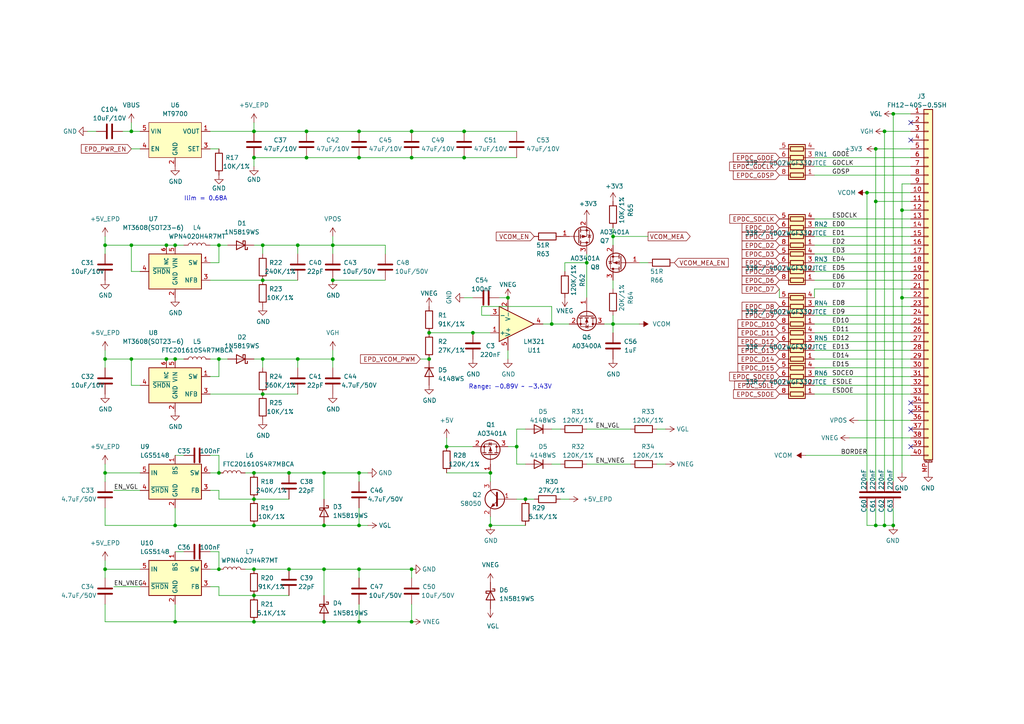
<source format=kicad_sch>
(kicad_sch (version 20231120) (generator "eeschema") (generator_version "8.0")
  (paper "A4")
  (title_block (title "Caster EPDC") (date "2022-07-03") (rev "R0.4") (company "Copyright 2022 Modos / Engineer: Wenting Zhang"))
  (junction (at 160.02 93.98))
  (junction (at 50.8 180.34))
  (junction (at 177.8 68.58))
  (junction (at 170.18 76.2))
  (junction (at 50.8 104.14))
  (junction (at 137.16 96.52))
  (junction (at 50.8 71.12))
  (junction (at 104.14 45.72))
  (junction (at 149.86 129.54))
  (junction (at 76.2 71.12))
  (junction (at 129.54 129.54))
  (junction (at 119.38 38.1))
  (junction (at 119.38 165.1))
  (junction (at 104.14 165.1))
  (junction (at 86.36 104.14))
  (junction (at 88.9 45.72))
  (junction (at 254 152.4) (diameter 0.9144))
  (junction (at 251.46 55.88))
  (junction (at 259.08 152.4) (diameter 0.9144))
  (junction (at 152.4 144.78))
  (junction (at 73.66 144.78) (diameter 0.9144))
  (junction (at 63.5 137.16))
  (junction (at 73.66 38.1))
  (junction (at 104.14 137.16))
  (junction (at 124.46 96.52))
  (junction (at 73.66 165.1) (diameter 0.9144))
  (junction (at 48.26 104.14))
  (junction (at 73.66 180.34))
  (junction (at 261.62 60.96) (diameter 0.9144))
  (junction (at 104.14 38.1))
  (junction (at 177.8 93.98))
  (junction (at 254 43.18))
  (junction (at 142.24 152.4))
  (junction (at 38.1 104.14))
  (junction (at 73.66 152.4))
  (junction (at 76.2 114.3) (diameter 0.9144))
  (junction (at 119.38 180.34))
  (junction (at 63.5 71.12))
  (junction (at 88.9 38.1))
  (junction (at 73.66 137.16) (diameter 0.9144))
  (junction (at 259.08 33.02) (diameter 0.9144))
  (junction (at 63.5 104.14))
  (junction (at 38.1 38.1))
  (junction (at 38.1 71.12))
  (junction (at 30.48 165.1))
  (junction (at 124.46 104.14))
  (junction (at 256.54 152.4) (diameter 0.9144))
  (junction (at 147.32 86.36))
  (junction (at 256.54 38.1) (diameter 0.9144))
  (junction (at 104.14 152.4))
  (junction (at 50.8 152.4))
  (junction (at 48.26 71.12))
  (junction (at 104.14 180.34))
  (junction (at 119.38 45.72))
  (junction (at 83.82 165.1))
  (junction (at 96.52 71.12))
  (junction (at 142.24 137.16))
  (junction (at 96.52 81.28))
  (junction (at 96.52 104.14))
  (junction (at 93.98 180.34))
  (junction (at 76.2 104.14))
  (junction (at 86.36 71.12))
  (junction (at 63.5 165.1))
  (junction (at 134.62 45.72))
  (junction (at 73.66 172.72) (diameter 0.9144))
  (junction (at 73.66 45.72))
  (junction (at 93.98 137.16))
  (junction (at 93.98 152.4))
  (junction (at 30.48 137.16))
  (junction (at 83.82 137.16))
  (junction (at 76.2 81.28) (diameter 0.9144))
  (junction (at 93.98 165.1))
  (junction (at 261.62 86.36) (diameter 0.9144))
  (junction (at 30.48 104.14))
  (junction (at 30.48 71.12))
  (junction (at 254 58.42) (diameter 0.9144))
  (junction (at 134.62 38.1))
  (no_connect (at 264.16 129.54))
  (no_connect (at 264.16 116.84))
  (no_connect (at 264.16 119.38))
  (no_connect (at 264.16 124.46))
  (no_connect (at 264.16 35.56))
  (no_connect (at 264.16 40.64))
  (wire (pts (xy 30.48 175.26) (xy 30.48 180.34)))
  (wire (pts (xy 63.5 71.12) (xy 66.04 71.12)))
  (wire (pts (xy 60.96 170.18) (xy 63.5 170.18)))
  (wire (pts (xy 137.16 86.36) (xy 134.62 86.36)))
  (wire (pts (xy 236.22 68.58) (xy 264.16 68.58)))
  (wire (pts (xy 149.86 134.62) (xy 152.4 134.62)))
  (wire (pts (xy 86.36 71.12) (xy 86.36 73.66)))
  (wire (pts (xy 73.66 144.78) (xy 63.5 144.78)))
  (wire (pts (xy 147.32 129.54) (xy 149.86 129.54)))
  (wire (pts (xy 73.66 38.1) (xy 88.9 38.1)))
  (wire (pts (xy 236.22 83.82) (xy 264.16 83.82)))
  (wire (pts (xy 256.54 38.1) (xy 264.16 38.1)))
  (wire (pts (xy 163.83 76.2) (xy 163.83 78.74)))
  (wire (pts (xy 73.66 137.16) (xy 83.82 137.16)))
  (wire (pts (xy 139.7 91.44) (xy 142.24 91.44)))
  (wire (pts (xy 50.8 152.4) (xy 73.66 152.4)))
  (wire (pts (xy 134.62 45.72) (xy 149.86 45.72)))
  (wire (pts (xy 76.2 114.3) (xy 86.36 114.3)))
  (wire (pts (xy 30.48 162.56) (xy 30.48 165.1)))
  (wire (pts (xy 30.48 71.12) (xy 30.48 73.66)))
  (wire (pts (xy 38.1 43.18) (xy 40.64 43.18)))
  (wire (pts (xy 254 58.42) (xy 254 139.7)))
  (wire (pts (xy 73.66 172.72) (xy 83.82 172.72)))
  (wire (pts (xy 177.8 66.04) (xy 177.8 68.58)))
  (wire (pts (xy 236.22 45.72) (xy 264.16 45.72)))
  (wire (pts (xy 251.46 55.88) (xy 264.16 55.88)))
  (wire (pts (xy 175.26 93.98) (xy 177.8 93.98)))
  (wire (pts (xy 160.02 124.46) (xy 162.56 124.46)))
  (wire (pts (xy 236.22 63.5) (xy 264.16 63.5)))
  (wire (pts (xy 96.52 71.12) (xy 96.52 73.66)))
  (wire (pts (xy 50.8 132.08) (xy 53.34 132.08)))
  (wire (pts (xy 236.22 73.66) (xy 264.16 73.66)))
  (wire (pts (xy 30.48 137.16) (xy 30.48 139.7)))
  (wire (pts (xy 236.22 99.06) (xy 264.16 99.06)))
  (wire (pts (xy 226.06 83.82) (xy 226.06 86.36)))
  (wire (pts (xy 261.62 53.34) (xy 261.62 60.96)))
  (wire (pts (xy 119.38 38.1) (xy 134.62 38.1)))
  (wire (pts (xy 236.22 88.9) (xy 264.16 88.9)))
  (wire (pts (xy 60.96 81.28) (xy 76.2 81.28)))
  (wire (pts (xy 121.92 104.14) (xy 124.46 104.14)))
  (wire (pts (xy 149.86 124.46) (xy 149.86 129.54)))
  (wire (pts (xy 124.46 96.52) (xy 137.16 96.52)))
  (wire (pts (xy 177.8 91.44) (xy 177.8 93.98)))
  (wire (pts (xy 60.96 109.22) (xy 63.5 109.22)))
  (wire (pts (xy 38.1 71.12) (xy 38.1 78.74)))
  (wire (pts (xy 38.1 71.12) (xy 48.26 71.12)))
  (wire (pts (xy 104.14 45.72) (xy 119.38 45.72)))
  (wire (pts (xy 48.26 104.14) (xy 50.8 104.14)))
  (wire (pts (xy 190.5 134.62) (xy 193.04 134.62)))
  (wire (pts (xy 104.14 180.34) (xy 119.38 180.34)))
  (wire (pts (xy 93.98 137.16) (xy 93.98 144.78)))
  (wire (pts (xy 236.22 106.68) (xy 264.16 106.68)))
  (wire (pts (xy 261.62 60.96) (xy 261.62 86.36)))
  (wire (pts (xy 63.5 104.14) (xy 66.04 104.14)))
  (wire (pts (xy 73.66 104.14) (xy 76.2 104.14)))
  (wire (pts (xy 96.52 101.6) (xy 96.52 104.14)))
  (wire (pts (xy 93.98 137.16) (xy 104.14 137.16)))
  (wire (pts (xy 50.8 104.14) (xy 53.34 104.14)))
  (wire (pts (xy 60.96 160.02) (xy 63.5 160.02)))
  (wire (pts (xy 236.22 109.22) (xy 264.16 109.22)))
  (wire (pts (xy 157.48 93.98) (xy 160.02 93.98)))
  (wire (pts (xy 177.8 93.98) (xy 177.8 96.52)))
  (wire (pts (xy 63.5 165.1) (xy 60.96 165.1)))
  (wire (pts (xy 40.64 111.76) (xy 38.1 111.76)))
  (wire (pts (xy 30.48 180.34) (xy 50.8 180.34)))
  (wire (pts (xy 119.38 165.1) (xy 119.38 167.64)))
  (wire (pts (xy 73.66 165.1) (xy 83.82 165.1)))
  (wire (pts (xy 163.83 76.2) (xy 170.18 76.2)))
  (wire (pts (xy 177.8 81.28) (xy 177.8 83.82)))
  (wire (pts (xy 149.86 129.54) (xy 149.86 134.62)))
  (wire (pts (xy 236.22 81.28) (xy 264.16 81.28)))
  (wire (pts (xy 73.66 172.72) (xy 63.5 172.72)))
  (wire (pts (xy 236.22 93.98) (xy 264.16 93.98)))
  (wire (pts (xy 60.96 114.3) (xy 76.2 114.3)))
  (wire (pts (xy 104.14 165.1) (xy 119.38 165.1)))
  (wire (pts (xy 63.5 142.24) (xy 63.5 144.78)))
  (wire (pts (xy 88.9 45.72) (xy 104.14 45.72)))
  (wire (pts (xy 76.2 81.28) (xy 86.36 81.28)))
  (wire (pts (xy 170.18 134.62) (xy 182.88 134.62)))
  (wire (pts (xy 73.66 38.1) (xy 73.66 35.56)))
  (wire (pts (xy 50.8 180.34) (xy 73.66 180.34)))
  (wire (pts (xy 83.82 165.1) (xy 93.98 165.1)))
  (wire (pts (xy 254 43.18) (xy 264.16 43.18)))
  (wire (pts (xy 60.96 43.18) (xy 63.5 43.18)))
  (wire (pts (xy 160.02 93.98) (xy 165.1 93.98)))
  (wire (pts (xy 30.48 104.14) (xy 30.48 106.68)))
  (wire (pts (xy 63.5 170.18) (xy 63.5 172.72)))
  (wire (pts (xy 236.22 50.8) (xy 264.16 50.8)))
  (wire (pts (xy 76.2 71.12) (xy 86.36 71.12)))
  (wire (pts (xy 76.2 104.14) (xy 86.36 104.14)))
  (wire (pts (xy 162.56 144.78) (xy 165.1 144.78)))
  (wire (pts (xy 177.8 68.58) (xy 187.96 68.58)))
  (wire (pts (xy 129.54 127) (xy 129.54 129.54)))
  (wire (pts (xy 48.26 71.12) (xy 50.8 71.12)))
  (wire (pts (xy 38.1 104.14) (xy 48.26 104.14)))
  (wire (pts (xy 119.38 175.26) (xy 119.38 180.34)))
  (wire (pts (xy 149.86 144.78) (xy 152.4 144.78)))
  (wire (pts (xy 96.52 81.28) (xy 111.76 81.28)))
  (wire (pts (xy 25.4 38.1) (xy 27.94 38.1)))
  (wire (pts (xy 251.46 147.32) (xy 251.46 152.4)))
  (wire (pts (xy 104.14 152.4) (xy 106.68 152.4)))
  (wire (pts (xy 256.54 152.4) (xy 259.08 152.4)))
  (wire (pts (xy 40.64 78.74) (xy 38.1 78.74)))
  (wire (pts (xy 236.22 114.3) (xy 264.16 114.3)))
  (wire (pts (xy 251.46 55.88) (xy 251.46 139.7)))
  (wire (pts (xy 236.22 96.52) (xy 264.16 96.52)))
  (wire (pts (xy 261.62 86.36) (xy 264.16 86.36)))
  (wire (pts (xy 73.66 165.1) (xy 71.12 165.1)))
  (wire (pts (xy 142.24 137.16) (xy 142.24 139.7)))
  (wire (pts (xy 30.48 101.6) (xy 30.48 104.14)))
  (wire (pts (xy 261.62 86.36) (xy 261.62 137.16)))
  (wire (pts (xy 104.14 165.1) (xy 104.14 167.64)))
  (wire (pts (xy 259.08 33.02) (xy 259.08 139.7)))
  (wire (pts (xy 73.66 180.34) (xy 93.98 180.34)))
  (wire (pts (xy 76.2 104.14) (xy 76.2 106.68)))
  (wire (pts (xy 111.76 71.12) (xy 111.76 73.66)))
  (wire (pts (xy 63.5 137.16) (xy 60.96 137.16)))
  (wire (pts (xy 73.66 152.4) (xy 93.98 152.4)))
  (wire (pts (xy 236.22 91.44) (xy 264.16 91.44)))
  (wire (pts (xy 259.08 147.32) (xy 259.08 152.4)))
  (wire (pts (xy 63.5 76.2) (xy 63.5 71.12)))
  (wire (pts (xy 96.52 71.12) (xy 111.76 71.12)))
  (wire (pts (xy 104.14 137.16) (xy 104.14 139.7)))
  (wire (pts (xy 142.24 149.86) (xy 142.24 152.4)))
  (wire (pts (xy 63.5 160.02) (xy 63.5 165.1)))
  (wire (pts (xy 50.8 147.32) (xy 50.8 152.4)))
  (wire (pts (xy 129.54 137.16) (xy 142.24 137.16)))
  (wire (pts (xy 60.96 104.14) (xy 63.5 104.14)))
  (wire (pts (xy 104.14 147.32) (xy 104.14 152.4)))
  (wire (pts (xy 60.96 71.12) (xy 63.5 71.12)))
  (wire (pts (xy 236.22 101.6) (xy 264.16 101.6)))
  (wire (pts (xy 137.16 96.52) (xy 142.24 96.52)))
  (wire (pts (xy 83.82 137.16) (xy 93.98 137.16)))
  (wire (pts (xy 104.14 137.16) (xy 106.68 137.16)))
  (wire (pts (xy 76.2 71.12) (xy 76.2 73.66)))
  (wire (pts (xy 139.7 88.9) (xy 139.7 91.44)))
  (wire (pts (xy 93.98 180.34) (xy 104.14 180.34)))
  (wire (pts (xy 86.36 71.12) (xy 96.52 71.12)))
  (wire (pts (xy 152.4 124.46) (xy 149.86 124.46)))
  (wire (pts (xy 104.14 38.1) (xy 119.38 38.1)))
  (wire (pts (xy 93.98 152.4) (xy 104.14 152.4)))
  (wire (pts (xy 259.08 33.02) (xy 264.16 33.02)))
  (wire (pts (xy 30.48 147.32) (xy 30.48 152.4)))
  (wire (pts (xy 190.5 124.46) (xy 193.04 124.46)))
  (wire (pts (xy 254 58.42) (xy 264.16 58.42)))
  (wire (pts (xy 119.38 45.72) (xy 134.62 45.72)))
  (wire (pts (xy 129.54 129.54) (xy 137.16 129.54)))
  (wire (pts (xy 63.5 109.22) (xy 63.5 104.14)))
  (wire (pts (xy 88.9 38.1) (xy 104.14 38.1)))
  (wire (pts (xy 35.56 38.1) (xy 38.1 38.1)))
  (wire (pts (xy 236.22 104.14) (xy 264.16 104.14)))
  (wire (pts (xy 38.1 35.56) (xy 38.1 38.1)))
  (wire (pts (xy 170.18 124.46) (xy 182.88 124.46)))
  (wire (pts (xy 73.66 45.72) (xy 88.9 45.72)))
  (wire (pts (xy 261.62 60.96) (xy 264.16 60.96)))
  (wire (pts (xy 256.54 38.1) (xy 256.54 139.7)))
  (wire (pts (xy 93.98 165.1) (xy 93.98 172.72)))
  (wire (pts (xy 33.02 142.24) (xy 40.64 142.24)))
  (wire (pts (xy 30.48 165.1) (xy 40.64 165.1)))
  (wire (pts (xy 30.48 71.12) (xy 38.1 71.12)))
  (wire (pts (xy 256.54 147.32) (xy 256.54 152.4)))
  (wire (pts (xy 73.66 45.72) (xy 73.66 48.26)))
  (wire (pts (xy 96.52 68.58) (xy 96.52 71.12)))
  (wire (pts (xy 73.66 71.12) (xy 76.2 71.12)))
  (wire (pts (xy 30.48 137.16) (xy 40.64 137.16)))
  (wire (pts (xy 104.14 175.26) (xy 104.14 180.34)))
  (wire (pts (xy 147.32 101.6) (xy 147.32 104.14)))
  (wire (pts (xy 33.02 170.18) (xy 40.64 170.18)))
  (wire (pts (xy 147.32 86.36) (xy 144.78 86.36)))
  (wire (pts (xy 63.5 132.08) (xy 63.5 137.16)))
  (wire (pts (xy 177.8 93.98) (xy 185.42 93.98)))
  (wire (pts (xy 50.8 71.12) (xy 53.34 71.12)))
  (wire (pts (xy 73.66 137.16) (xy 71.12 137.16)))
  (wire (pts (xy 246.38 127) (xy 264.16 127)))
  (wire (pts (xy 86.36 104.14) (xy 96.52 104.14)))
  (wire (pts (xy 60.96 142.24) (xy 63.5 142.24)))
  (wire (pts (xy 236.22 66.04) (xy 264.16 66.04)))
  (wire (pts (xy 170.18 73.66) (xy 170.18 76.2)))
  (wire (pts (xy 96.52 104.14) (xy 96.52 106.68)))
  (wire (pts (xy 38.1 104.14) (xy 38.1 111.76)))
  (wire (pts (xy 30.48 165.1) (xy 30.48 167.64)))
  (wire (pts (xy 30.48 104.14) (xy 38.1 104.14)))
  (wire (pts (xy 236.22 111.76) (xy 264.16 111.76)))
  (wire (pts (xy 236.22 76.2) (xy 264.16 76.2)))
  (wire (pts (xy 160.02 88.9) (xy 139.7 88.9)))
  (wire (pts (xy 236.22 83.82) (xy 236.22 86.36)))
  (wire (pts (xy 254 43.18) (xy 254 58.42)))
  (wire (pts (xy 170.18 76.2) (xy 170.18 86.36)))
  (wire (pts (xy 236.22 71.12) (xy 264.16 71.12)))
  (wire (pts (xy 152.4 144.78) (xy 154.94 144.78)))
  (wire (pts (xy 160.02 134.62) (xy 162.56 134.62)))
  (wire (pts (xy 248.92 121.92) (xy 264.16 121.92)))
  (wire (pts (xy 50.8 175.26) (xy 50.8 180.34)))
  (wire (pts (xy 134.62 38.1) (xy 149.86 38.1)))
  (wire (pts (xy 236.22 48.26) (xy 264.16 48.26)))
  (wire (pts (xy 160.02 93.98) (xy 160.02 88.9)))
  (wire (pts (xy 30.48 152.4) (xy 50.8 152.4)))
  (wire (pts (xy 251.46 152.4) (xy 254 152.4)))
  (wire (pts (xy 254 147.32) (xy 254 152.4)))
  (wire (pts (xy 142.24 152.4) (xy 152.4 152.4)))
  (wire (pts (xy 233.68 132.08) (xy 264.16 132.08)))
  (wire (pts (xy 60.96 132.08) (xy 63.5 132.08)))
  (wire (pts (xy 254 152.4) (xy 256.54 152.4)))
  (wire (pts (xy 50.8 160.02) (xy 53.34 160.02)))
  (wire (pts (xy 264.16 53.34) (xy 261.62 53.34)))
  (wire (pts (xy 73.66 144.78) (xy 83.82 144.78)))
  (wire (pts (xy 236.22 78.74) (xy 264.16 78.74)))
  (wire (pts (xy 38.1 38.1) (xy 40.64 38.1)))
  (wire (pts (xy 30.48 68.58) (xy 30.48 71.12)))
  (wire (pts (xy 177.8 71.12) (xy 177.8 68.58)))
  (wire (pts (xy 60.96 38.1) (xy 73.66 38.1)))
  (wire (pts (xy 93.98 165.1) (xy 104.14 165.1)))
  (wire (pts (xy 86.36 104.14) (xy 86.36 106.68)))
  (wire (pts (xy 30.48 134.62) (xy 30.48 137.16)))
  (wire (pts (xy 185.42 76.2) (xy 187.96 76.2)))
  (wire (pts (xy 60.96 76.2) (xy 63.5 76.2)))
  (text "Ilim = 0.68A" (at 53.34 58.42 0) (effects (font (size 1.27 1.27)) (justify left bottom)))
  (text "Range: -0.89V ~ -3.43V" (at 135.89 113.03 0) (effects (font (size 1.27 1.27)) (justify left bottom)))
  (label "EN_VGL" (at 33.02 142.24 0))
  (label "GDOE" (at 241.3 45.72 0))
  (label "ED15" (at 241.3 106.68 0))
  (label "ED14" (at 241.3 104.14 0))
  (label "ED13" (at 241.3 101.6 0))
  (label "ESDCLK" (at 241.3 63.5 0))
  (label "GDCLK" (at 241.3 48.26 0))
  (label "ESDLE" (at 241.3 111.76 0))
  (label "ED1" (at 241.3 68.58 0))
  (label "ED9" (at 241.3 91.44 0))
  (label "ED10" (at 241.3 93.98 0))
  (label "EN_VGL" (at 172.72 124.46 0))
  (label "ED11" (at 241.3 96.52 0))
  (label "EN_VNEG" (at 172.72 134.62 0))
  (label "ESDOE" (at 241.3 114.3 0))
  (label "ED7" (at 241.3 83.82 0))
  (label "ED6" (at 241.3 81.28 0))
  (label "ED2" (at 241.3 71.12 0))
  (label "GDSP" (at 241.3 50.8 0))
  (label "EN_VNEG" (at 33.02 170.18 0))
  (label "BORDER" (at 243.84 132.08 0))
  (label "ED5" (at 241.3 78.74 0))
  (label "ED12" (at 241.3 99.06 0))
  (label "ED4" (at 241.3 76.2 0))
  (label "ED3" (at 241.3 73.66 0))
  (label "ED8" (at 241.3 88.9 0))
  (label "SDCE0" (at 241.3 109.22 0))
  (label "ED0" (at 241.3 66.04 0))
  (global_label "EPDC_D2" (shape input) (at 226.06 71.12 180) (property "Intersheetrefs" "${INTERSHEET_REFS}" (effects (hide yes))))
  (global_label "EPDC_D9" (shape input) (at 226.06 91.44 180) (property "Intersheetrefs" "${INTERSHEET_REFS}" (effects (hide yes))))
  (global_label "VCOM_EN" (shape input) (at 154.94 68.58 180) (property "Intersheetrefs" "${INTERSHEET_REFS}" (effects (hide yes))))
  (global_label "EPDC_GDSP" (shape input) (at 226.06 50.8 180) (property "Intersheetrefs" "${INTERSHEET_REFS}" (effects (hide yes))))
  (global_label "EPDC_D4" (shape input) (at 226.06 76.2 180) (property "Intersheetrefs" "${INTERSHEET_REFS}" (effects (hide yes))))
  (global_label "EPDC_D11" (shape input) (at 226.06 96.52 180) (property "Intersheetrefs" "${INTERSHEET_REFS}" (effects (hide yes))))
  (global_label "EPDC_D15" (shape input) (at 226.06 106.68 180) (property "Intersheetrefs" "${INTERSHEET_REFS}" (effects (hide yes))))
  (global_label "EPDC_SDCLK" (shape input) (at 226.06 63.5 180) (property "Intersheetrefs" "${INTERSHEET_REFS}" (effects (hide yes))))
  (global_label "EPDC_GDOE" (shape input) (at 226.06 45.72 180) (property "Intersheetrefs" "${INTERSHEET_REFS}" (effects (hide yes))))
  (global_label "EPDC_D8" (shape input) (at 226.06 88.9 180) (property "Intersheetrefs" "${INTERSHEET_REFS}" (effects (hide yes))))
  (global_label "EPDC_GDCLK" (shape input) (at 226.06 48.26 180) (property "Intersheetrefs" "${INTERSHEET_REFS}" (effects (hide yes))))
  (global_label "VCOM_MEA" (shape output) (at 187.96 68.58 0) (property "Intersheetrefs" "${INTERSHEET_REFS}" (effects (hide yes))))
  (global_label "EPDC_D7" (shape input) (at 226.06 83.82 180) (property "Intersheetrefs" "${INTERSHEET_REFS}" (effects (hide yes))))
  (global_label "EPDC_SDOE" (shape input) (at 226.06 114.3 180) (property "Intersheetrefs" "${INTERSHEET_REFS}" (effects (hide yes))))
  (global_label "VCOM_MEA_EN" (shape input) (at 195.58 76.2 0) (property "Intersheetrefs" "${INTERSHEET_REFS}" (effects (hide yes))))
  (global_label "EPDC_D12" (shape input) (at 226.06 99.06 180) (property "Intersheetrefs" "${INTERSHEET_REFS}" (effects (hide yes))))
  (global_label "EPDC_D13" (shape input) (at 226.06 101.6 180) (property "Intersheetrefs" "${INTERSHEET_REFS}" (effects (hide yes))))
  (global_label "EPDC_D6" (shape input) (at 226.06 81.28 180) (property "Intersheetrefs" "${INTERSHEET_REFS}" (effects (hide yes))))
  (global_label "EPDC_D14" (shape input) (at 226.06 104.14 180) (property "Intersheetrefs" "${INTERSHEET_REFS}" (effects (hide yes))))
  (global_label "EPDC_SDLE" (shape input) (at 226.06 111.76 180) (property "Intersheetrefs" "${INTERSHEET_REFS}" (effects (hide yes))))
  (global_label "EPDC_D5" (shape input) (at 226.06 78.74 180) (property "Intersheetrefs" "${INTERSHEET_REFS}" (effects (hide yes))))
  (global_label "EPDC_D0" (shape input) (at 226.06 66.04 180) (property "Intersheetrefs" "${INTERSHEET_REFS}" (effects (hide yes))))
  (global_label "EPD_VCOM_PWM" (shape input) (at 121.92 104.14 180) (property "Intersheetrefs" "${INTERSHEET_REFS}" (effects (hide yes))))
  (global_label "EPDC_D10" (shape input) (at 226.06 93.98 180) (property "Intersheetrefs" "${INTERSHEET_REFS}" (effects (hide yes))))
  (global_label "EPDC_SDCE0" (shape input) (at 226.06 109.22 180) (property "Intersheetrefs" "${INTERSHEET_REFS}" (effects (hide yes))))
  (global_label "EPDC_D3" (shape input) (at 226.06 73.66 180) (property "Intersheetrefs" "${INTERSHEET_REFS}" (effects (hide yes))))
  (global_label "EPDC_D1" (shape input) (at 226.06 68.58 180) (property "Intersheetrefs" "${INTERSHEET_REFS}" (effects (hide yes))))
  (global_label "EPD_PWR_EN" (shape input) (at 38.1 43.18 180) (property "Intersheetrefs" "${INTERSHEET_REFS}" (effects (hide yes))))
  (symbol (lib_id "power:GND") (at 106.68 137.16 90) (unit 1)
    (property "Reference" "#PWR068" (effects (hide yes)))
    (property "Value" "GND" (at 111.76 137.16 90))
  )
  (symbol (lib_id "symbols:VNEG") (at 246.38 127 90) (unit 1)
    (property "Reference" "#PWR088" (effects (hide yes)))
    (property "Value" "VNEG" (at 240.665 127 90))
  )
  (symbol (lib_id "Device:C") (at 140.97 86.36 90) (mirror x) (unit 1)
    (property "Reference" "C54" (at 139.7 81.28 90))
    (property "Value" "100nF" (at 139.7 83.82 90))
    (property "Footprint" "Capacitor_SMD:C_0402_1005Metric" (effects (hide yes)))
  )
  (symbol (lib_id "symbols:+5V_EPD") (at 30.48 101.6 0) (unit 1)
    (property "Reference" "#PWR051" (effects (hide yes)))
    (property "Value" "+5V_EPD" (at 30.48 96.52 0))
  )
  (symbol (lib_id "symbols:VNEG") (at 124.46 88.9 0) (unit 1)
    (property "Reference" "#PWR072" (effects (hide yes)))
    (property "Value" "VNEG" (at 124.46 85.09 0))
  )
  (symbol (lib_id "Device:C") (at 57.15 132.08 270) (unit 1)
    (property "Reference" "C35" (at 53.34 130.81 90))
    (property "Value" "100nF" (at 60.96 130.81 90))
    (property "Footprint" "Capacitor_SMD:C_0402_1005Metric" (effects (hide yes)))
  )
  (symbol (lib_id "Device:R") (at 158.75 68.58 90) (unit 1)
    (property "Reference" "R63" (at 157.48 73.66 90))
    (property "Value" "51R" (at 157.48 71.12 90))
    (property "Footprint" "Resistor_SMD:R_0402_1005Metric" (effects (hide yes)))
  )
  (symbol (lib_id "Device:R_Pack04") (at 231.14 88.9 90) (unit 1)
    (property "Reference" "RN4" (at 240.1316 87.9348 90) (effects (justify left)))
    (property "Value" "33R / 4D02WGF330JTCE" (at 239.903 90.4748 90) (effects (justify left)))
    (property "Footprint" "Resistor_SMD:R_Array_Convex_4x0402" (effects (hide yes)))
  )
  (symbol (lib_id "Device:R") (at 152.4 148.59 180) (unit 1)
    (property "Reference" "R29" (at 156.21 147.32 0))
    (property "Value" "5.1K/1%" (at 157.48 149.86 0))
    (property "Footprint" "Resistor_SMD:R_0402_1005Metric" (effects (hide yes)))
  )
  (symbol (lib_id "Device:R") (at 163.83 82.55 0) (mirror y) (unit 1)
    (property "Reference" "R62" (at 168.91 81.28 90))
    (property "Value" "120K/1%" (at 166.37 81.28 90))
    (property "Footprint" "Resistor_SMD:R_0402_1005Metric" (effects (hide yes)))
  )
  (symbol (lib_id "symbols:SY8120") (at 50.8 139.7 0) (unit 1)
    (property "Reference" "U9" (at 40.64 129.54 0) (effects (justify left)))
    (property "Value" "LGS5148" (at 40.64 132.08 0) (effects (justify left)))
    (property "Footprint" "Package_TO_SOT_SMD:TSOT-23-6" (effects (hide yes)))
  )
  (symbol (lib_id "symbols:+5V_EPD") (at 165.1 144.78 270) (unit 1)
    (property "Reference" "#PWR083" (effects (hide yes)))
    (property "Value" "+5V_EPD" (at 168.91 144.78 90) (effects (justify left)))
  )
  (symbol (lib_id "Device:C") (at 149.86 41.91 0) (mirror x) (unit 1)
    (property "Reference" "C53" (at 157.48 40.64 0))
    (property "Value" "47uF/10V" (at 157.48 43.18 0))
    (property "Footprint" "Capacitor_SMD:C_1206_3216Metric" (effects (hide yes)))
    (property "LCSC" "C105490" (effects (hide yes)))
    (property "Ref.Price" "0.0165" (effects (hide yes)))
  )
  (symbol (lib_id "Device:C") (at 259.08 143.51 0) (unit 1)
    (property "Reference" "C63" (at 258.191 148.6916 90) (effects (justify left)))
    (property "Value" "220nF" (at 258.191 142.113 90) (effects (justify left)))
    (property "Footprint" "Capacitor_SMD:C_0402_1005Metric" (effects (hide yes)))
    (property "LCSC" "C880414" (effects (hide yes)))
    (property "Ref.Price" "0.0036" (effects (hide yes)))
  )
  (symbol (lib_id "Device:C") (at 73.66 41.91 0) (mirror x) (unit 1)
    (property "Reference" "C37" (at 81.28 40.64 0))
    (property "Value" "47uF/10V" (at 81.28 43.18 0))
    (property "Footprint" "Capacitor_SMD:C_1206_3216Metric" (effects (hide yes)))
    (property "LCSC" "C105490" (effects (hide yes)))
    (property "Ref.Price" "0.0165" (effects (hide yes)))
  )
  (symbol (lib_id "Device:L") (at 57.15 71.12 90) (unit 1)
    (property "Reference" "L4" (at 57.15 66.04 90))
    (property "Value" "WPN4020H4R7MT" (at 57.15 68.58 90))
    (property "Footprint" "Inductor_SMD:L_Changjiang_FNR4020S" (effects (hide yes)))
  )
  (symbol (lib_id "Device:R") (at 73.66 140.97 180) (unit 1)
    (property "Reference" "R18" (at 77.47 139.7 0))
    (property "Value" "240K/1%" (at 78.74 142.24 0))
    (property "Footprint" "Resistor_SMD:R_0402_1005Metric" (effects (hide yes)))
  )
  (symbol (lib_id "Device:C") (at 31.75 38.1 90) (unit 1)
    (property "Reference" "C104" (at 31.75 31.75 90))
    (property "Value" "10uF/10V" (at 31.75 34.29 90))
    (property "Footprint" "Capacitor_SMD:C_0805_2012Metric" (effects (hide yes)))
  )
  (symbol (lib_id "Device:R") (at 186.69 124.46 270) (unit 1)
    (property "Reference" "R33" (at 187.96 119.38 90))
    (property "Value" "120K/1%" (at 187.96 121.92 90))
    (property "Footprint" "Resistor_SMD:R_0402_1005Metric" (effects (hide yes)))
  )
  (symbol (lib_id "power:+5V") (at 129.54 127 0) (unit 1)
    (property "Reference" "#PWR074" (effects (hide yes)))
    (property "Value" "+5V" (at 129.54 121.92 0))
  )
  (symbol (lib_id "Device:C") (at 251.46 143.51 0) (unit 1)
    (property "Reference" "C60" (at 250.571 148.6916 90) (effects (justify left)))
    (property "Value" "220nF" (at 250.571 142.113 90) (effects (justify left)))
    (property "Footprint" "Capacitor_SMD:C_0402_1005Metric" (effects (hide yes)))
    (property "LCSC" "C880414" (effects (hide yes)))
    (property "Ref.Price" "0.0036" (effects (hide yes)))
  )
  (symbol (lib_id "power:+3V3") (at 254 43.18 90) (unit 1)
    (property "Reference" "#PWR091" (effects (hide yes)))
    (property "Value" "+3V3" (at 250.19 43.18 90) (effects (justify left)))
  )
  (symbol (lib_id "Diode:1N5819WS") (at 93.98 176.53 270) (unit 1)
    (property "Reference" "D4" (at 96.52 174.9425 90) (effects (justify left)))
    (property "Value" "1N5819WS" (at 96.52 177.8 90) (effects (justify left)))
    (property "Footprint" "Diode_SMD:D_SOD-323" (effects (hide yes)))
    (property "Datasheet" "https://datasheet.lcsc.com/lcsc/2204281430_Guangdong-Hottech-1N5819WS_C191023.pdf" (effects (hide yes)))
  )
  (symbol (lib_id "Device:R") (at 166.37 134.62 270) (unit 1)
    (property "Reference" "R32" (at 167.64 129.54 90))
    (property "Value" "120K/1%" (at 167.64 132.08 90))
    (property "Footprint" "Resistor_SMD:R_0402_1005Metric" (effects (hide yes)))
  )
  (symbol (lib_id "symbols:VNEG") (at 119.38 180.34 270) (unit 1)
    (property "Reference" "#PWR071" (effects (hide yes)))
    (property "Value" "VNEG" (at 125.095 180.34 90))
  )
  (symbol (lib_id "symbols:VGL") (at 106.68 152.4 270) (unit 1)
    (property "Reference" "#PWR069" (effects (hide yes)))
    (property "Value" "VGL" (at 109.855 152.4001 90) (effects (justify left)))
  )
  (symbol (lib_id "Device:R") (at 129.54 133.35 180) (unit 1)
    (property "Reference" "R28" (at 133.35 132.08 0))
    (property "Value" "120K/1%" (at 134.62 134.62 0))
    (property "Footprint" "Resistor_SMD:R_0402_1005Metric" (effects (hide yes)))
  )
  (symbol (lib_id "power:GND") (at 261.62 137.16 0) (mirror y) (unit 1)
    (property "Reference" "#PWR095" (effects (hide yes)))
    (property "Value" "GND" (at 261.493 141.5542 0))
  )
  (symbol (lib_id "Device:R") (at 191.77 76.2 90) (unit 1)
    (property "Reference" "R66" (at 190.5 81.28 90))
    (property "Value" "51R" (at 190.5 78.74 90))
    (property "Footprint" "Resistor_SMD:R_0402_1005Metric" (effects (hide yes)))
  )
  (symbol (lib_id "symbols:VGH") (at 96.52 101.6 0) (unit 1)
    (property "Reference" "#PWR066" (effects (hide yes)))
    (property "Value" "VGH" (at 96.52 96.52 0))
  )
  (symbol (lib_id "Device:C") (at 111.76 77.47 180) (unit 1)
    (property "Reference" "C48" (at 116.84 76.2 0))
    (property "Value" "10uF/50V" (at 119.38 78.74 0))
    (property "Footprint" "Capacitor_SMD:C_1206_3216Metric" (effects (hide yes)))
  )
  (symbol (lib_id "power:GND") (at 142.24 152.4 0) (unit 1)
    (property "Reference" "#PWR076" (effects (hide yes)))
    (property "Value" "GND" (at 142.367 156.7942 0))
  )
  (symbol (lib_id "Device:D") (at 156.21 124.46 180) (unit 1)
    (property "Reference" "D5" (at 157.48 119.38 0))
    (property "Value" "4148WS" (at 157.48 121.92 0))
    (property "Footprint" "Diode_SMD:D_SOD-323" (effects (hide yes)))
    (property "Sim.Device" "D" (effects (hide yes)))
    (property "Sim.Pins" "1=K 2=A" (effects (hide yes)))
    (instances (project "adapter" (path "" (reference "D5") (unit 1))) (project "pcb" (path "" (reference "D7") (unit 1))))
  )
  (symbol (lib_id "power:GND") (at 269.24 137.16 0) (mirror y) (unit 1)
    (property "Reference" "#PWR096" (effects (hide yes)))
    (property "Value" "GND" (at 269.113 141.5542 0))
  )
  (symbol (lib_id "Device:D") (at 156.21 134.62 180) (unit 1)
    (property "Reference" "D5" (at 157.48 129.54 0))
    (property "Value" "4148WS" (at 157.48 132.08 0))
    (property "Footprint" "Diode_SMD:D_SOD-323" (effects (hide yes)))
    (property "Sim.Device" "D" (effects (hide yes)))
    (property "Sim.Pins" "1=K 2=A" (effects (hide yes)))
    (instances (project "adapter" (path "" (reference "D5") (unit 1))) (project "pcb" (path "" (reference "D8") (unit 1))))
  )
  (symbol (lib_id "Device:R_Pack04") (at 231.14 109.22 90) (unit 1)
    (property "Reference" "RN6" (at 240.1316 108.2548 90) (effects (justify left)))
    (property "Value" "33R / 4D02WGF330JTCE" (at 239.903 110.7948 90) (effects (justify left)))
    (property "Footprint" "Resistor_SMD:R_Array_Convex_4x0402" (effects (hide yes)))
  )
  (symbol (lib_id "Device:R_Pack04") (at 231.14 99.06 90) (unit 1)
    (property "Reference" "RN5" (at 240.1316 98.0948 90) (effects (justify left)))
    (property "Value" "33R / 4D02WGF330JTCE" (at 239.903 100.6348 90) (effects (justify left)))
    (property "Footprint" "Resistor_SMD:R_Array_Convex_4x0402" (effects (hide yes)))
  )
  (symbol (lib_id "Device:C") (at 30.48 110.49 0) (mirror x) (unit 1)
    (property "Reference" "C32" (at 25.4 109.22 0))
    (property "Value" "10uF/10V" (at 25.4 111.76 0))
    (property "Footprint" "Capacitor_SMD:C_0805_2012Metric" (effects (hide yes)))
  )
  (symbol (lib_id "symbols:MT3608(SOT23-6)") (at 50.8 111.76 0) (unit 1)
    (property "Reference" "U8" (at 44.45 96.52 0))
    (property "Value" "MT3608(SOT23-6)" (at 44.45 99.06 0))
    (property "Footprint" "Package_TO_SOT_SMD:SOT-23-6" (effects (hide yes)))
  )
  (symbol (lib_id "Device:C") (at 30.48 77.47 0) (mirror x) (unit 1)
    (property "Reference" "C31" (at 25.4 76.2 0))
    (property "Value" "10uF/10V" (at 25.4 78.74 0))
    (property "Footprint" "Capacitor_SMD:C_0805_2012Metric" (effects (hide yes)))
  )
  (symbol (lib_id "power:GND") (at 259.08 152.4 0) (mirror y) (unit 1)
    (property "Reference" "#PWR094" (effects (hide yes)))
    (property "Value" "GND" (at 258.953 156.7942 0))
  )
  (symbol (lib_id "Device:R") (at 76.2 110.49 180) (unit 1)
    (property "Reference" "R24" (at 80.01 109.22 0))
    (property "Value" "360K/1%" (at 81.28 111.76 0))
    (property "Footprint" "Resistor_SMD:R_0402_1005Metric" (effects (hide yes)))
  )
  (symbol (lib_id "power:GND") (at 124.46 111.76 0) (unit 1)
    (property "Reference" "#PWR011" (effects (hide yes)))
    (property "Value" "GND" (at 124.587 116.1542 0))
    (instances (project "adapter" (path "" (reference "#PWR011") (unit 1))) (project "pcb" (path "" (reference "#PWR073") (unit 1))))
  )
  (symbol (lib_id "power:GND") (at 50.8 86.36 0) (unit 1)
    (property "Reference" "#PWR057" (effects (hide yes)))
    (property "Value" "GND" (at 50.927 90.7542 0))
  )
  (symbol (lib_id "Device:C") (at 57.15 160.02 270) (unit 1)
    (property "Reference" "C36" (at 53.34 158.75 90))
    (property "Value" "100nF" (at 60.96 158.75 90))
    (property "Footprint" "Capacitor_SMD:C_0402_1005Metric" (effects (hide yes)))
  )
  (symbol (lib_id "Amplifier_Operational:LM321") (at 149.86 93.98 0) (mirror x) (unit 1)
    (property "Reference" "U11" (at 154.94 101.6 0))
    (property "Value" "LM321" (at 154.94 99.06 0))
    (property "Footprint" "Package_TO_SOT_SMD:SOT-23-5" (effects (hide yes)))
    (property "Datasheet" "http://www.ti.com/lit/ds/symlink/lm321.pdf" (effects (hide yes)))
  )
  (symbol (lib_id "Device:Q_PMOS_GSD") (at 180.34 76.2 180) (unit 1)
    (property "Reference" "Q8" (at 173.99 77.47 0) (effects (justify left)))
    (property "Value" "AO3401A" (at 173.99 74.93 0) (effects (justify left)))
    (property "Footprint" "Package_TO_SOT_SMD:SOT-23" (effects (hide yes)))
  )
  (symbol (lib_id "symbols:MT3608(SOT23-6)") (at 50.8 78.74 0) (unit 1)
    (property "Reference" "U7" (at 44.45 63.5 0))
    (property "Value" "MT3608(SOT23-6)" (at 44.45 66.04 0))
    (property "Footprint" "Package_TO_SOT_SMD:SOT-23-6" (effects (hide yes)))
  )
  (symbol (lib_id "Device:L") (at 67.31 137.16 90) (unit 1)
    (property "Reference" "L6" (at 72.39 132.08 90))
    (property "Value" "FTC201610S4R7MBCA" (at 74.93 134.62 90))
    (property "Footprint" "Inductor_SMD:L_Murata_DFE201610P" (effects (hide yes)))
  )
  (symbol (lib_id "Device:Q_NPN_BEC") (at 144.78 144.78 0) (mirror y) (unit 1)
    (property "Reference" "Q2" (at 139.7 143.51 0) (effects (justify left)))
    (property "Value" "S8050" (at 139.7 146.05 0) (effects (justify left)))
    (property "Footprint" "Package_TO_SOT_SMD:SOT-23" (effects (hide yes)))
  )
  (symbol (lib_id "power:+3V3") (at 170.18 63.5 0) (unit 1)
    (property "Reference" "#PWR0146" (effects (hide yes)))
    (property "Value" "+3V3" (at 170.561 59.1058 0))
  )
  (symbol (lib_id "symbols:VGL") (at 259.08 33.02 90) (unit 1)
    (property "Reference" "#PWR093" (effects (hide yes)))
    (property "Value" "VGL" (at 255.905 33.0199 90) (effects (justify left)))
  )
  (symbol (lib_id "power:+3V3") (at 177.8 58.42 0) (unit 1)
    (property "Reference" "#PWR0147" (effects (hide yes)))
    (property "Value" "+3V3" (at 178.181 54.0258 0))
  )
  (symbol (lib_id "Device:C") (at 30.48 171.45 180) (unit 1)
    (property "Reference" "C34" (at 25.4 170.18 0))
    (property "Value" "4.7uF/50V" (at 22.86 172.72 0))
    (property "Footprint" "Capacitor_SMD:C_0805_2012Metric" (effects (hide yes)))
  )
  (symbol (lib_id "Device:C") (at 137.16 100.33 180) (unit 1)
    (property "Reference" "C3" (at 142.24 100.33 0))
    (property "Value" "220nF" (at 142.24 102.87 0))
    (property "Footprint" "Capacitor_SMD:C_0402_1005Metric" (effects (hide yes)))
    (instances (project "adapter" (path "" (reference "C3") (unit 1))) (project "pcb" (path "" (reference "C52") (unit 1))))
  )
  (symbol (lib_id "Connector_Generic_MountingPin:Conn_01x40_MountingPin") (at 269.24 81.28 0) (unit 1)
    (property "Reference" "J3" (at 267.208 27.94 0))
    (property "Value" "FH12-40S-0.5SH" (at 265.938 30.48 0))
    (property "Footprint" "footprints:Hirose_FH12-40S-0.5SH_1x40-1MP_P0.50mm_Horizontal_Reversed" (effects (hide yes)))
  )
  (symbol (lib_id "Diode:1N5819WS") (at 69.85 71.12 180) (unit 1)
    (property "Reference" "D1" (at 70.1675 64.77 0))
    (property "Value" "1N5819WS" (at 70.1675 67.31 0))
    (property "Footprint" "Diode_SMD:D_SOD-323" (effects (hide yes)))
    (property "Datasheet" "https://datasheet.lcsc.com/lcsc/2204281430_Guangdong-Hottech-1N5819WS_C191023.pdf" (effects (hide yes)))
  )
  (symbol (lib_id "symbols:+5V_EPD") (at 30.48 68.58 0) (unit 1)
    (property "Reference" "#PWR049" (effects (hide yes)))
    (property "Value" "+5V_EPD" (at 30.48 63.5 0))
  )
  (symbol (lib_id "Device:C") (at 30.48 143.51 180) (unit 1)
    (property "Reference" "C33" (at 25.4 142.24 0))
    (property "Value" "4.7uF/50V" (at 22.86 144.78 0))
    (property "Footprint" "Capacitor_SMD:C_0805_2012Metric" (effects (hide yes)))
  )
  (symbol (lib_id "Device:R") (at 63.5 46.99 180) (unit 1)
    (property "Reference" "R17" (at 67.31 45.72 0))
    (property "Value" "10K/1%" (at 68.58 48.26 0))
    (property "Footprint" "Resistor_SMD:R_0402_1005Metric" (effects (hide yes)))
  )
  (symbol (lib_id "Device:R") (at 124.46 100.33 0) (unit 1)
    (property "Reference" "R2" (at 127 99.06 0) (effects (justify left)))
    (property "Value" "27K/1%" (at 127 101.6 0) (effects (justify left)))
    (property "Footprint" "Resistor_SMD:R_0402_1005Metric" (effects (hide yes)))
    (instances (project "adapter" (path "" (reference "R2") (unit 1))) (project "pcb" (path "" (reference "R27") (unit 1))))
  )
  (symbol (lib_id "Device:C") (at 86.36 110.49 180) (unit 1)
    (property "Reference" "C41" (at 91.44 109.22 0))
    (property "Value" "22pF" (at 91.44 111.76 0))
    (property "Footprint" "Capacitor_SMD:C_0402_1005Metric" (effects (hide yes)))
  )
  (symbol (lib_id "power:GND") (at 147.32 104.14 0) (unit 1)
    (property "Reference" "#PWR011" (effects (hide yes)))
    (property "Value" "GND" (at 147.447 108.5342 0))
    (instances (project "adapter" (path "" (reference "#PWR011") (unit 1))) (project "pcb" (path "" (reference "#PWR080") (unit 1))))
  )
  (symbol (lib_id "symbols:MT9700") (at 50.8 40.64 0) (unit 1)
    (property "Reference" "U6" (at 50.8 30.48 0))
    (property "Value" "MT9700" (at 50.8 33.02 0))
    (property "Footprint" "Package_TO_SOT_SMD:SOT-23-5" (effects (hide yes)))
  )
  (symbol (lib_id "Device:C") (at 134.62 41.91 0) (mirror x) (unit 1)
    (property "Reference" "C51" (at 142.24 40.64 0))
    (property "Value" "47uF/10V" (at 142.24 43.18 0))
    (property "Footprint" "Capacitor_SMD:C_1206_3216Metric" (effects (hide yes)))
    (property "LCSC" "C105490" (effects (hide yes)))
    (property "Ref.Price" "0.0165" (effects (hide yes)))
  )
  (symbol (lib_id "power:VCOM") (at 251.46 55.88 90) (unit 1)
    (property "Reference" "#PWR090" (effects (hide yes)))
    (property "Value" "VCOM" (at 248.285 55.8799 90) (effects (justify left)))
  )
  (symbol (lib_id "symbols:SY8120") (at 50.8 167.64 0) (unit 1)
    (property "Reference" "U10" (at 40.64 157.48 0) (effects (justify left)))
    (property "Value" "LGS5148" (at 40.64 160.02 0) (effects (justify left)))
    (property "Footprint" "Package_TO_SOT_SMD:TSOT-23-6" (effects (hide yes)))
  )
  (symbol (lib_id "Device:R") (at 76.2 77.47 180) (unit 1)
    (property "Reference" "R22" (at 80.01 76.2 0))
    (property "Value" "240K/1%" (at 81.28 78.74 0))
    (property "Footprint" "Resistor_SMD:R_0402_1005Metric" (effects (hide yes)))
  )
  (symbol (lib_id "power:VCOM") (at 233.68 132.08 90) (unit 1)
    (property "Reference" "#PWR087" (effects (hide yes)))
    (property "Value" "VCOM" (at 229.87 132.08 90) (effects (justify left)))
  )
  (symbol (lib_id "Device:C") (at 96.52 110.49 180) (unit 1)
    (property "Reference" "C44" (at 101.6 109.22 0))
    (property "Value" "4.7uF/50V" (at 104.14 111.76 0))
    (property "Footprint" "Capacitor_SMD:C_0805_2012Metric" (effects (hide yes)))
  )
  (symbol (lib_id "power:GND") (at 30.48 81.28 0) (unit 1)
    (property "Reference" "#PWR050" (effects (hide yes)))
    (property "Value" "GND" (at 30.607 85.6742 0))
  )
  (symbol (lib_id "Device:R") (at 186.69 134.62 270) (unit 1)
    (property "Reference" "R34" (at 187.96 129.54 90))
    (property "Value" "120K/1%" (at 187.96 132.08 90))
    (property "Footprint" "Resistor_SMD:R_0402_1005Metric" (effects (hide yes)))
  )
  (symbol (lib_id "power:GND") (at 73.66 48.26 0) (mirror y) (unit 1)
    (property "Reference" "#PWR061" (effects (hide yes)))
    (property "Value" "GND" (at 73.66 52.07 0))
  )
  (symbol (lib_id "power:GND") (at 134.62 86.36 270) (mirror x) (unit 1)
    (property "Reference" "#PWR011" (effects (hide yes)))
    (property "Value" "GND" (at 130.2258 86.233 0))
    (instances (project "adapter" (path "" (reference "#PWR011") (unit 1))) (project "pcb" (path "" (reference "#PWR081") (unit 1))))
  )
  (symbol (lib_id "Device:L") (at 67.31 165.1 90) (unit 1)
    (property "Reference" "L7" (at 72.39 160.02 90))
    (property "Value" "WPN4020H4R7MT" (at 72.39 162.56 90))
    (property "Footprint" "Inductor_SMD:L_Changjiang_FNR4020S" (effects (hide yes)))
  )
  (symbol (lib_id "power:GND") (at 63.5 50.8 0) (mirror y) (unit 1)
    (property "Reference" "#PWR059" (effects (hide yes)))
    (property "Value" "GND" (at 63.5 54.61 0))
  )
  (symbol (lib_id "Device:C") (at 83.82 140.97 180) (unit 1)
    (property "Reference" "C38" (at 88.9 139.7 0))
    (property "Value" "22pF" (at 88.9 142.24 0))
    (property "Footprint" "Capacitor_SMD:C_0402_1005Metric" (effects (hide yes)))
  )
  (symbol (lib_id "Device:R") (at 73.66 148.59 180) (unit 1)
    (property "Reference" "R19" (at 77.47 147.32 0))
    (property "Value" "10K/1%" (at 78.74 149.86 0))
    (property "Footprint" "Resistor_SMD:R_0402_1005Metric" (effects (hide yes)))
  )
  (symbol (lib_id "symbols:VGL") (at 193.04 124.46 270) (unit 1)
    (property "Reference" "#PWR085" (effects (hide yes)))
    (property "Value" "VGL" (at 196.215 124.4601 90) (effects (justify left)))
  )
  (symbol (lib_id "Device:R_Pack04") (at 231.14 45.72 90) (unit 1)
    (property "Reference" "RN1" (at 240.1316 44.7548 90) (effects (justify left)))
    (property "Value" "33R / 4D02WGF330JTCE" (at 239.903 47.2948 90) (effects (justify left)))
    (property "Footprint" "Resistor_SMD:R_Array_Convex_4x0402" (effects (hide yes)))
  )
  (symbol (lib_id "power:VBUS") (at 38.1 35.56 0) (unit 1)
    (property "Reference" "#PWR055" (effects (hide yes)))
    (property "Value" "VBUS" (at 38.1 30.48 0))
  )
  (symbol (lib_id "power:GND") (at 25.4 38.1 270) (mirror x) (unit 1)
    (property "Reference" "#PWR05" (effects (hide yes)))
    (property "Value" "GND" (at 20.32 38.1 90))
  )
  (symbol (lib_id "Diode:1N5819WS") (at 69.85 104.14 180) (unit 1)
    (property "Reference" "D2" (at 70.1675 97.79 0))
    (property "Value" "1N5819WS" (at 70.1675 100.33 0))
    (property "Footprint" "Diode_SMD:D_SOD-323" (effects (hide yes)))
    (property "Datasheet" "https://datasheet.lcsc.com/lcsc/2204281430_Guangdong-Hottech-1N5819WS_C191023.pdf" (effects (hide yes)))
  )
  (symbol (lib_id "Device:Q_PMOS_GSD") (at 167.64 68.58 0) (mirror x) (unit 1)
    (property "Reference" "Q7" (at 173.99 69.85 0) (effects (justify left)))
    (property "Value" "AO3401A" (at 173.99 67.31 0) (effects (justify left)))
    (property "Footprint" "Package_TO_SOT_SMD:SOT-23" (effects (hide yes)))
  )
  (symbol (lib_id "power:GND") (at 76.2 121.92 0) (unit 1)
    (property "Reference" "#PWR063" (effects (hide yes)))
    (property "Value" "GND" (at 76.327 126.3142 0))
  )
  (symbol (lib_id "power:GND") (at 96.52 114.3 0) (unit 1)
    (property "Reference" "#PWR067" (effects (hide yes)))
    (property "Value" "GND" (at 96.647 118.6942 0))
  )
  (symbol (lib_id "Diode:1N5819WS") (at 142.24 172.72 270) (unit 1)
    (property "Reference" "D6" (at 144.78 171.1325 90) (effects (justify left)))
    (property "Value" "1N5819WS" (at 144.78 173.6725 90) (effects (justify left)))
    (property "Footprint" "Diode_SMD:D_SOD-323" (effects (hide yes)))
    (property "Datasheet" "https://datasheet.lcsc.com/lcsc/2204281430_Guangdong-Hottech-1N5819WS_C191023.pdf" (effects (hide yes)))
  )
  (symbol (lib_id "symbols:VPOS") (at 248.92 121.92 90) (unit 1)
    (property "Reference" "#PWR089" (effects (hide yes)))
    (property "Value" "VPOS" (at 245.745 121.9199 90) (effects (justify left)))
  )
  (symbol (lib_id "Device:D") (at 124.46 107.95 270) (unit 1)
    (property "Reference" "D5" (at 127 107.315 90) (effects (justify left)))
    (property "Value" "4148WS" (at 127 109.855 90) (effects (justify left)))
    (property "Footprint" "Diode_SMD:D_SOD-323" (effects (hide yes)))
    (property "Sim.Device" "D" (effects (hide yes)))
    (property "Sim.Pins" "1=K 2=A" (effects (hide yes)))
  )
  (symbol (lib_id "symbols:+5V_EPD") (at 30.48 134.62 0) (unit 1)
    (property "Reference" "#PWR053" (effects (hide yes)))
    (property "Value" "+5V_EPD" (at 30.48 129.54 0))
  )
  (symbol (lib_id "Device:C") (at 119.38 41.91 0) (mirror x) (unit 1)
    (property "Reference" "C49" (at 127 40.64 0))
    (property "Value" "47uF/10V" (at 127 43.18 0))
    (property "Footprint" "Capacitor_SMD:C_1206_3216Metric" (effects (hide yes)))
    (property "LCSC" "C105490" (effects (hide yes)))
    (property "Ref.Price" "0.0165" (effects (hide yes)))
  )
  (symbol (lib_id "Device:C") (at 96.52 77.47 180) (unit 1)
    (property "Reference" "C43" (at 101.6 76.2 0))
    (property "Value" "10uF/50V" (at 104.14 78.74 0))
    (property "Footprint" "Capacitor_SMD:C_1206_3216Metric" (effects (hide yes)))
  )
  (symbol (lib_id "symbols:VNEG") (at 193.04 134.62 270) (unit 1)
    (property "Reference" "#PWR086" (effects (hide yes)))
    (property "Value" "VNEG" (at 198.755 134.62 90))
  )
  (symbol (lib_id "Device:R") (at 166.37 124.46 270) (unit 1)
    (property "Reference" "R31" (at 167.64 119.38 90))
    (property "Value" "120K/1%" (at 167.64 121.92 90))
    (property "Footprint" "Resistor_SMD:R_0402_1005Metric" (effects (hide yes)))
  )
  (symbol (lib_id "Device:C") (at 104.14 143.51 180) (unit 1)
    (property "Reference" "C46" (at 109.22 142.24 0))
    (property "Value" "4.7uF/50V" (at 111.76 144.78 0))
    (property "Footprint" "Capacitor_SMD:C_0805_2012Metric" (effects (hide yes)))
  )
  (symbol (lib_id "power:GND") (at 50.8 48.26 0) (unit 1)
    (property "Reference" "#PWR056" (effects (hide yes)))
    (property "Value" "GND" (at 50.927 52.6542 0))
  )
  (symbol (lib_id "Device:R") (at 76.2 118.11 180) (unit 1)
    (property "Reference" "R25" (at 80.01 116.84 0))
    (property "Value" "10K/1%" (at 81.28 119.38 0))
    (property "Footprint" "Resistor_SMD:R_0402_1005Metric" (effects (hide yes)))
  )
  (symbol (lib_id "Device:C") (at 104.14 171.45 180) (unit 1)
    (property "Reference" "C47" (at 109.22 170.18 0))
    (property "Value" "10uF/50V" (at 111.76 172.72 0))
    (property "Footprint" "Capacitor_SMD:C_1206_3216Metric" (effects (hide yes)))
  )
  (symbol (lib_id "Device:C") (at 83.82 168.91 180) (unit 1)
    (property "Reference" "C39" (at 88.9 167.64 0))
    (property "Value" "22pF" (at 88.9 170.18 0))
    (property "Footprint" "Capacitor_SMD:C_0402_1005Metric" (effects (hide yes)))
  )
  (symbol (lib_id "Device:C") (at 256.54 143.51 0) (unit 1)
    (property "Reference" "C62" (at 255.651 148.6916 90) (effects (justify left)))
    (property "Value" "220nF" (at 255.651 142.113 90) (effects (justify left)))
    (property "Footprint" "Capacitor_SMD:C_0402_1005Metric" (effects (hide yes)))
    (property "LCSC" "C880414" (effects (hide yes)))
    (property "Ref.Price" "0.0036" (effects (hide yes)))
  )
  (symbol (lib_id "Device:R") (at 124.46 92.71 0) (unit 1)
    (property "Reference" "R1" (at 127 91.44 0) (effects (justify left)))
    (property "Value" "91K/1%" (at 127 93.98 0) (effects (justify left)))
    (property "Footprint" "Resistor_SMD:R_0402_1005Metric" (effects (hide yes)))
    (instances (project "adapter" (path "" (reference "R1") (unit 1))) (project "pcb" (path "" (reference "R26") (unit 1))))
  )
  (symbol (lib_id "Device:C") (at 177.8 100.33 180) (unit 1)
    (property "Reference" "C56" (at 182.88 99.06 0))
    (property "Value" "1uF" (at 182.88 101.6 0))
    (property "Footprint" "Capacitor_SMD:C_0402_1005Metric" (effects (hide yes)))
  )
  (symbol (lib_id "symbols:VPOS") (at 96.52 68.58 0) (unit 1)
    (property "Reference" "#PWR064" (effects (hide yes)))
    (property "Value" "VPOS" (at 93.98 63.5 0) (effects (justify left)))
  )
  (symbol (lib_id "power:GND") (at 137.16 104.14 0) (unit 1)
    (property "Reference" "#PWR011" (effects (hide yes)))
    (property "Value" "GND" (at 137.287 108.5342 0))
    (instances (project "adapter" (path "" (reference "#PWR011") (unit 1))) (project "pcb" (path "" (reference "#PWR075") (unit 1))))
  )
  (symbol (lib_id "power:GND") (at 50.8 119.38 0) (unit 1)
    (property "Reference" "#PWR058" (effects (hide yes)))
    (property "Value" "GND" (at 50.927 123.7742 0))
  )
  (symbol (lib_id "Device:R") (at 73.66 168.91 180) (unit 1)
    (property "Reference" "R20" (at 77.47 167.64 0))
    (property "Value" "91K/1%" (at 78.74 170.18 0))
    (property "Footprint" "Resistor_SMD:R_0402_1005Metric" (effects (hide yes)))
  )
  (symbol (lib_id "Device:R") (at 177.8 62.23 0) (mirror y) (unit 1)
    (property "Reference" "R65" (at 182.88 60.96 90))
    (property "Value" "10K/1%" (at 180.34 60.96 90))
    (property "Footprint" "Resistor_SMD:R_0402_1005Metric" (effects (hide yes)))
  )
  (symbol (lib_id "symbols:VGL") (at 142.24 176.53 180) (unit 1)
    (property "Reference" "#PWR078" (effects (hide yes)))
    (property "Value" "VGL" (at 144.78 181.61 0) (effects (justify left)))
  )
  (symbol (lib_id "Diode:1N5819WS") (at 93.98 148.59 270) (unit 1)
    (property "Reference" "D3" (at 96.52 147.0025 90) (effects (justify left)))
    (property "Value" "1N5819WS" (at 96.52 149.5425 90) (effects (justify left)))
    (property "Footprint" "Diode_SMD:D_SOD-323" (effects (hide yes)))
    (property "Datasheet" "https://datasheet.lcsc.com/lcsc/2204281430_Guangdong-Hottech-1N5819WS_C191023.pdf" (effects (hide yes)))
  )
  (symbol (lib_id "Device:Q_PMOS_GSD") (at 142.24 132.08 270) (mirror x) (unit 1)
    (property "Reference" "Q1" (at 140.97 123.19 90) (effects (justify left)))
    (property "Value" "AO3401A" (at 138.43 125.73 90) (effects (justify left)))
    (property "Footprint" "Package_TO_SOT_SMD:SOT-23" (effects (hide yes)))
  )
  (symbol (lib_id "Device:C") (at 104.14 41.91 0) (mirror x) (unit 1)
    (property "Reference" "C45" (at 111.76 40.64 0))
    (property "Value" "47uF/10V" (at 111.76 43.18 0))
    (property "Footprint" "Capacitor_SMD:C_1206_3216Metric" (effects (hide yes)))
    (property "LCSC" "C105490" (effects (hide yes)))
    (property "Ref.Price" "0.0165" (effects (hide yes)))
  )
  (symbol (lib_id "symbols:VNEG") (at 147.32 86.36 0) (unit 1)
    (property "Reference" "#PWR079" (effects (hide yes)))
    (property "Value" "VNEG" (at 147.32 82.55 0))
  )
  (symbol (lib_id "power:VCOM") (at 185.42 93.98 270) (unit 1)
    (property "Reference" "#PWR084" (effects (hide yes)))
    (property "Value" "VCOM" (at 189.23 93.98 90) (effects (justify left)))
  )
  (symbol (lib_id "power:GND") (at 30.48 114.3 0) (unit 1)
    (property "Reference" "#PWR052" (effects (hide yes)))
    (property "Value" "GND" (at 30.607 118.6942 0))
  )
  (symbol (lib_id "Device:L") (at 57.15 104.14 90) (unit 1)
    (property "Reference" "L5" (at 57.15 99.06 90))
    (property "Value" "FTC201610S4R7MBCA" (at 57.15 101.6 90))
    (property "Footprint" "Inductor_SMD:L_Murata_DFE201610P" (effects (hide yes)))
  )
  (symbol (lib_id "Device:R") (at 177.8 87.63 0) (mirror y) (unit 1)
    (property "Reference" "R64" (at 182.88 86.36 90))
    (property "Value" "20K/1%" (at 180.34 86.36 90))
    (property "Footprint" "Resistor_SMD:R_0402_1005Metric" (effects (hide yes)))
  )
  (symbol (lib_id "symbols:VGH") (at 256.54 38.1 90) (unit 1)
    (property "Reference" "#PWR092" (effects (hide yes)))
    (property "Value" "VGH" (at 251.46 38.1 90))
  )
  (symbol (lib_id "Device:C") (at 88.9 41.91 0) (mirror x) (unit 1)
    (property "Reference" "C42" (at 96.52 40.64 0))
    (property "Value" "47uF/10V" (at 96.52 43.18 0))
    (property "Footprint" "Capacitor_SMD:C_1206_3216Metric" (effects (hide yes)))
    (property "LCSC" "C105490" (effects (hide yes)))
    (property "Ref.Price" "0.0165" (effects (hide yes)))
  )
  (symbol (lib_id "symbols:+5V_EPD") (at 73.66 35.56 0) (unit 1)
    (property "Reference" "#PWR060" (effects (hide yes)))
    (property "Value" "+5V_EPD" (at 73.66 30.48 0))
  )
  (symbol (lib_id "Device:C") (at 119.38 171.45 180) (unit 1)
    (property "Reference" "C50" (at 124.46 170.18 0))
    (property "Value" "10uF/50V" (at 127 172.72 0))
    (property "Footprint" "Capacitor_SMD:C_1206_3216Metric" (effects (hide yes)))
  )
  (symbol (lib_id "symbols:VNEG") (at 142.24 168.91 0) (unit 1)
    (property "Reference" "#PWR077" (effects (hide yes)))
    (property "Value" "VNEG" (at 142.24 163.83 0))
  )
  (symbol (lib_id "symbols:VNEG") (at 163.83 86.36 0) (mirror x) (unit 1)
    (property "Reference" "#PWR0145" (effects (hide yes)))
    (property "Value" "VNEG" (at 163.83 90.17 0))
  )
  (symbol (lib_id "power:GND") (at 76.2 88.9 0) (unit 1)
    (property "Reference" "#PWR062" (effects (hide yes)))
    (property "Value" "GND" (at 76.327 93.2942 0))
  )
  (symbol (lib_id "power:GND") (at 119.38 165.1 90) (unit 1)
    (property "Reference" "#PWR070" (effects (hide yes)))
    (property "Value" "GND" (at 124.46 165.1 90))
  )
  (symbol (lib_id "Device:C") (at 86.36 77.47 180) (unit 1)
    (property "Reference" "C40" (at 91.44 76.2 0))
    (property "Value" "22pF" (at 91.44 78.74 0))
    (property "Footprint" "Capacitor_SMD:C_0402_1005Metric" (effects (hide yes)))
  )
  (symbol (lib_id "Device:R") (at 73.66 176.53 180) (unit 1)
    (property "Reference" "R21" (at 77.47 175.26 0))
    (property "Value" "5.1K/1%" (at 78.74 177.8 0))
    (property "Footprint" "Resistor_SMD:R_0402_1005Metric" (effects (hide yes)))
  )
  (symbol (lib_id "Device:R_Pack04") (at 231.14 66.04 90) (unit 1)
    (property "Reference" "RN2" (at 240.1316 65.0748 90) (effects (justify left)))
    (property "Value" "33R / 4D02WGF330JTCE" (at 239.903 67.6148 90) (effects (justify left)))
    (property "Footprint" "Resistor_SMD:R_Array_Convex_4x0402" (effects (hide yes)))
  )
  (symbol (lib_id "Device:R_Pack04") (at 231.14 76.2 90) (unit 1)
    (property "Reference" "RN3" (at 240.1316 75.2348 90) (effects (justify left)))
    (property "Value" "33R / 4D02WGF330JTCE" (at 239.903 77.7748 90) (effects (justify left)))
    (property "Footprint" "Resistor_SMD:R_Array_Convex_4x0402" (effects (hide yes)))
  )
  (symbol (lib_id "power:GND") (at 177.8 104.14 0) (unit 1)
    (property "Reference" "#PWR011" (effects (hide yes)))
    (property "Value" "GND" (at 177.927 108.5342 0))
    (instances (project "adapter" (path "" (reference "#PWR011") (unit 1))) (project "pcb" (path "" (reference "#PWR082") (unit 1))))
  )
  (symbol (lib_id "symbols:+5V_EPD") (at 30.48 162.56 0) (unit 1)
    (property "Reference" "#PWR054" (effects (hide yes)))
    (property "Value" "+5V_EPD" (at 30.48 157.48 0))
  )
  (symbol (lib_id "Device:C") (at 254 143.51 0) (unit 1)
    (property "Reference" "C61" (at 253.111 148.6916 90) (effects (justify left)))
    (property "Value" "220nF" (at 253.111 142.113 90) (effects (justify left)))
    (property "Footprint" "Capacitor_SMD:C_0402_1005Metric" (effects (hide yes)))
    (property "LCSC" "C880414" (effects (hide yes)))
    (property "Ref.Price" "0.0036" (effects (hide yes)))
  )
  (symbol (lib_id "Device:R") (at 76.2 85.09 180) (unit 1)
    (property "Reference" "R23" (at 80.01 83.82 0))
    (property "Value" "10K/1%" (at 81.28 86.36 0))
    (property "Footprint" "Resistor_SMD:R_0402_1005Metric" (effects (hide yes)))
  )
  (symbol (lib_id "Device:Q_NMOS_GSD") (at 170.18 91.44 270) (unit 1)
    (property "Reference" "Q6" (at 170.18 97.79 90))
    (property "Value" "AO3400A" (at 170.18 100.33 90))
    (property "Footprint" "Package_TO_SOT_SMD:SOT-23" (effects (hide yes)))
  )
  (symbol (lib_id "power:GND") (at 96.52 81.28 0) (unit 1)
    (property "Reference" "#PWR065" (effects (hide yes)))
    (property "Value" "GND" (at 96.647 85.6742 0))
  )
  (symbol (lib_id "Device:R") (at 158.75 144.78 270) (unit 1)
    (property "Reference" "R30" (at 160.02 139.7 90))
    (property "Value" "27K/1%" (at 160.02 142.24 90))
    (property "Footprint" "Resistor_SMD:R_0402_1005Metric" (effects (hide yes)))
  )
)
</source>
